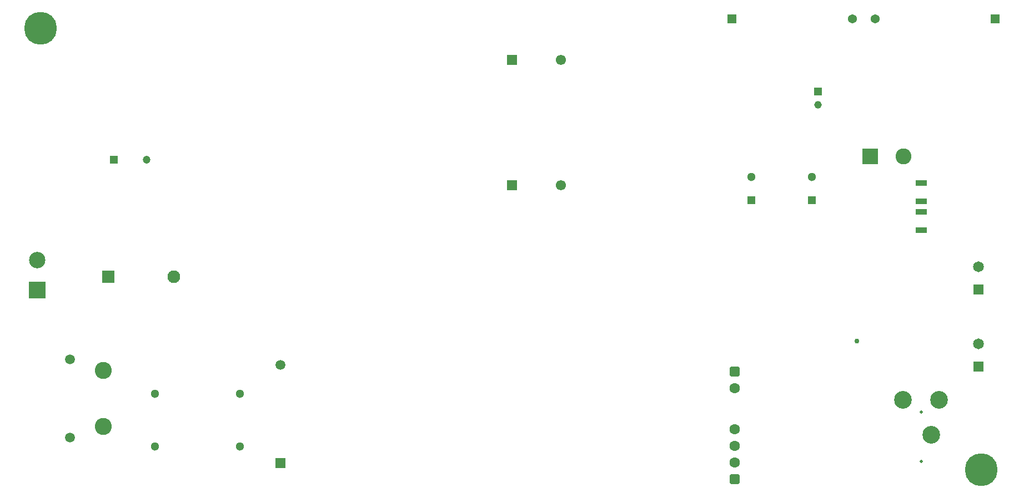
<source format=gbr>
G04*
G04 #@! TF.GenerationSoftware,Altium Limited,Altium Designer,25.5.2 (35)*
G04*
G04 Layer_Color=255*
%FSLAX25Y25*%
%MOIN*%
G70*
G04*
G04 #@! TF.SameCoordinates,0CD17ABA-5868-42C4-872B-F719D901D850*
G04*
G04*
G04 #@! TF.FilePolarity,Positive*
G04*
G01*
G75*
%ADD71R,0.06693X0.03740*%
%ADD144R,0.09843X0.09843*%
%ADD145C,0.09843*%
%ADD154R,0.06102X0.06102*%
%ADD155R,0.05118X0.05118*%
%ADD158C,0.06102*%
%ADD162C,0.05118*%
%ADD166C,0.02953*%
%ADD189C,0.05906*%
%ADD190R,0.05906X0.05906*%
%ADD191R,0.04724X0.04724*%
%ADD192C,0.04724*%
%ADD193C,0.07677*%
%ADD194R,0.07677X0.07677*%
%ADD195C,0.10217*%
%ADD196C,0.05374*%
G04:AMPARAMS|DCode=197|XSize=62.99mil|YSize=62.99mil|CornerRadius=15.75mil|HoleSize=0mil|Usage=FLASHONLY|Rotation=90.000|XOffset=0mil|YOffset=0mil|HoleType=Round|Shape=RoundedRectangle|*
%AMROUNDEDRECTD197*
21,1,0.06299,0.03150,0,0,90.0*
21,1,0.03150,0.06299,0,0,90.0*
1,1,0.03150,0.01575,0.01575*
1,1,0.03150,0.01575,-0.01575*
1,1,0.03150,-0.01575,-0.01575*
1,1,0.03150,-0.01575,0.01575*
%
%ADD197ROUNDEDRECTD197*%
%ADD198C,0.10646*%
%ADD199C,0.04528*%
%ADD200C,0.06299*%
%ADD201C,0.19685*%
%ADD202C,0.09567*%
%ADD203R,0.09567X0.09567*%
%ADD204R,0.05374X0.05374*%
%ADD205C,0.01968*%
%ADD206C,0.06496*%
%ADD207R,0.06496X0.06496*%
%ADD208R,0.04528X0.04528*%
D71*
X645500Y260988D02*
D03*
Y272012D02*
D03*
Y278488D02*
D03*
Y289512D02*
D03*
D144*
X114779Y224890D02*
D03*
D145*
Y243000D02*
D03*
D154*
X399736Y363500D02*
D03*
Y288000D02*
D03*
D155*
X580000Y279110D02*
D03*
X543500D02*
D03*
D158*
X429264Y288000D02*
D03*
Y363500D02*
D03*
D162*
X236681Y131181D02*
D03*
X543500Y292890D02*
D03*
X580000D02*
D03*
X185500Y131181D02*
D03*
Y162677D02*
D03*
X236681D02*
D03*
D166*
X607000Y194500D02*
D03*
D189*
X261000Y180000D02*
D03*
X134500Y136256D02*
D03*
Y183500D02*
D03*
D190*
X261000Y120945D02*
D03*
D191*
X160815Y303500D02*
D03*
D192*
X180500D02*
D03*
D193*
X197000Y233000D02*
D03*
D194*
X157630D02*
D03*
D195*
X154500Y176610D02*
D03*
Y143146D02*
D03*
D196*
X617913Y388000D02*
D03*
X604087D02*
D03*
D197*
X533500Y111500D02*
D03*
Y176000D02*
D03*
D198*
X651405Y138142D02*
D03*
X656327Y159008D02*
D03*
X634673D02*
D03*
D199*
X583500Y336500D02*
D03*
D200*
X533500Y166000D02*
D03*
Y141500D02*
D03*
Y131500D02*
D03*
Y121500D02*
D03*
D201*
X117000Y382500D02*
D03*
X681500Y117000D02*
D03*
D202*
X635000Y305500D02*
D03*
D203*
X615000D02*
D03*
D204*
X532000Y388000D02*
D03*
X690000D02*
D03*
D205*
X645500Y151528D02*
D03*
Y122000D02*
D03*
D206*
X680000Y239000D02*
D03*
Y192780D02*
D03*
D207*
Y225220D02*
D03*
Y179000D02*
D03*
D208*
X583500Y344374D02*
D03*
M02*

</source>
